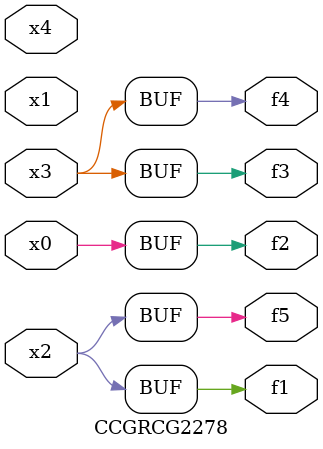
<source format=v>
module CCGRCG2278(
	input x0, x1, x2, x3, x4,
	output f1, f2, f3, f4, f5
);
	assign f1 = x2;
	assign f2 = x0;
	assign f3 = x3;
	assign f4 = x3;
	assign f5 = x2;
endmodule

</source>
